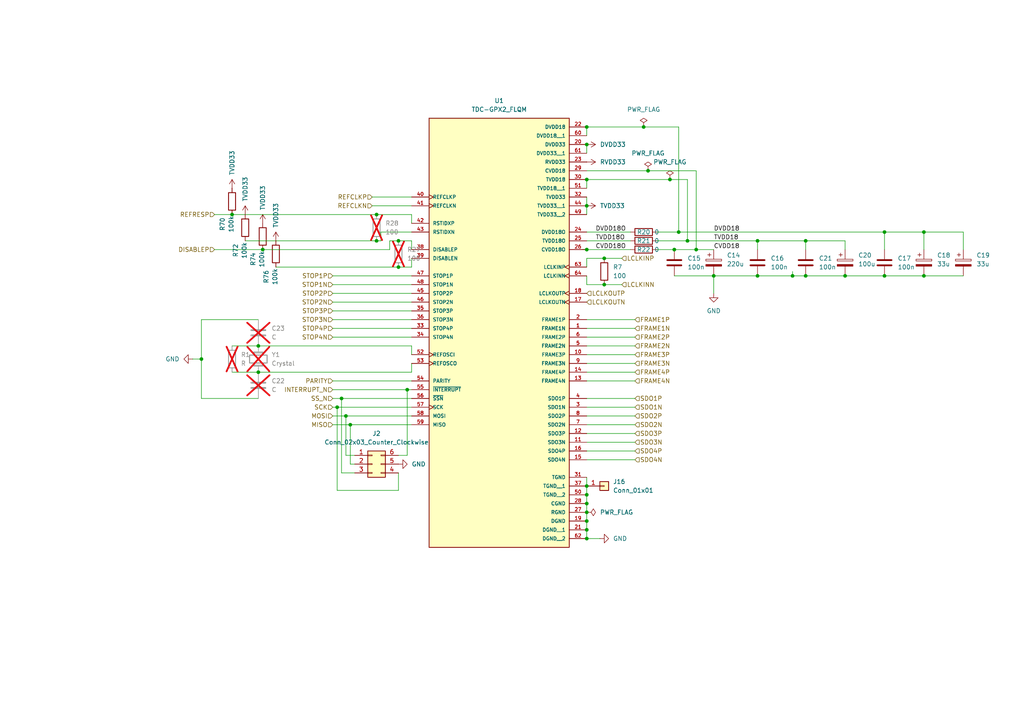
<source format=kicad_sch>
(kicad_sch (version 20231120) (generator "eeschema") (generator_version "8.0")
  (paper "A4")
  (lib_symbols
    (symbol "Connector_Generic:Conn_01x01" (pin_names (offset 1.016) hide)
      (property "Reference" "J" (at 0 2.54 0))
      (property "Value" "Conn_01x01" (at 0 -2.54 0))
      (symbol "Conn_01x01_1_1"
        (rectangle (start -1.27 0.127) (end 0 -0.127) (stroke (width 0.1524)))
        (rectangle (start -1.27 1.27) (end 1.27 -1.27) (stroke (width 0.254)) (fill (type background)))
        (pin passive line (at -5.08 0 0) (length 3.81) (name "Pin_1") (number "1"))
      )
    )
    (symbol "Connector_Generic:Conn_02x03_Counter_Clockwise" (pin_names (offset 1.016) hide)
      (property "Reference" "J" (at 1.27 5.08 0))
      (property "Value" "Conn_02x03_Counter_Clockwise" (at 1.27 -5.08 0))
      (symbol "Conn_02x03_Counter_Clockwise_1_1"
        (rectangle (start -1.27 -2.413) (end 0 -2.667) (stroke (width 0.1524)))
        (rectangle (start -1.27 0.127) (end 0 -0.127) (stroke (width 0.1524)))
        (rectangle (start -1.27 2.667) (end 0 2.413) (stroke (width 0.1524)))
        (rectangle (start -1.27 3.81) (end 3.81 -3.81) (stroke (width 0.254)) (fill (type background)))
        (rectangle (start 3.81 -2.413) (end 2.54 -2.667) (stroke (width 0.1524)))
        (rectangle (start 3.81 0.127) (end 2.54 -0.127) (stroke (width 0.1524)))
        (rectangle (start 3.81 2.667) (end 2.54 2.413) (stroke (width 0.1524)))
        (pin passive line (at -5.08 2.54 0) (length 3.81) (name "Pin_1") (number "1"))
        (pin passive line (at -5.08 0 0) (length 3.81) (name "Pin_2") (number "2"))
        (pin passive line (at -5.08 -2.54 0) (length 3.81) (name "Pin_3") (number "3"))
        (pin passive line (at 7.62 -2.54 180) (length 3.81) (name "Pin_4") (number "4"))
        (pin passive line (at 7.62 0 180) (length 3.81) (name "Pin_5") (number "5"))
        (pin passive line (at 7.62 2.54 180) (length 3.81) (name "Pin_6") (number "6"))
      )
    )
    (symbol "Device:C" (pin_numbers hide) (pin_names (offset 0.254))
      (property "Reference" "C" (at 0.635 2.54 0))
      (property "Value" "C" (at 0.635 -2.54 0))
      (symbol "C_0_1"
        (polyline (pts (xy -2.032 -0.762) (xy 2.032 -0.762)) (stroke (width 0.508)))
        (polyline (pts (xy -2.032 0.762) (xy 2.032 0.762)) (stroke (width 0.508)))
      )
      (symbol "C_1_1"
        (pin passive line (at 0 3.81 270) (length 2.794) (name "~") (number "1"))
        (pin passive line (at 0 -3.81 90) (length 2.794) (name "~") (number "2"))
      )
    )
    (symbol "Device:C_Polarized" (pin_numbers hide) (pin_names (offset 0.254))
      (property "Reference" "C" (at 0.635 2.54 0))
      (property "Value" "C_Polarized" (at 0.635 -2.54 0))
      (symbol "C_Polarized_0_1"
        (rectangle (start -2.286 0.508) (end 2.286 1.016))
        (polyline (pts (xy -1.778 2.286) (xy -0.762 2.286)))
        (polyline (pts (xy -1.27 2.794) (xy -1.27 1.778)))
        (rectangle (start 2.286 -0.508) (end -2.286 -1.016) (fill (type outline)))
      )
      (symbol "C_Polarized_1_1"
        (pin passive line (at 0 3.81 270) (length 2.794) (name "~") (number "1"))
        (pin passive line (at 0 -3.81 90) (length 2.794) (name "~") (number "2"))
      )
    )
    (symbol "Device:Crystal" (pin_numbers hide) (pin_names (offset 1.016) hide)
      (property "Reference" "Y" (at 0 3.81 0))
      (property "Value" "Crystal" (at 0 -3.81 0))
      (symbol "Crystal_0_1"
        (rectangle (start -1.143 2.54) (end 1.143 -2.54) (stroke (width 0.3048)))
        (polyline (pts (xy -2.54 0) (xy -1.905 0)))
        (polyline (pts (xy -1.905 -1.27) (xy -1.905 1.27)) (stroke (width 0.508)))
        (polyline (pts (xy 1.905 -1.27) (xy 1.905 1.27)) (stroke (width 0.508)))
        (polyline (pts (xy 2.54 0) (xy 1.905 0)))
      )
      (symbol "Crystal_1_1"
        (pin passive line (at -3.81 0 0) (length 1.27) (name "1") (number "1"))
        (pin passive line (at 3.81 0 180) (length 1.27) (name "2") (number "2"))
      )
    )
    (symbol "Device:R" (pin_numbers hide) (pin_names (offset 0))
      (property "Reference" "R" (at 2.032 0 90))
      (property "Value" "R" (at 0 0 90))
      (symbol "R_0_1"
        (rectangle (start -1.016 -2.54) (end 1.016 2.54) (stroke (width 0.254)))
      )
      (symbol "R_1_1"
        (pin passive line (at 0 3.81 270) (length 1.27) (name "~") (number "1"))
        (pin passive line (at 0 -3.81 90) (length 1.27) (name "~") (number "2"))
      )
    )
    (symbol "TDC-GPX2_FLQM:TDC-GPX2_FLQM" (pin_names (offset 1.016))
      (property "Reference" "U" (at -20.32 52.07 0))
      (property "Value" "TDC-GPX2_FLQM" (at -20.32 -76.2 0))
      (symbol "TDC-GPX2_FLQM_0_0"
        (rectangle (start -20.32 -73.66) (end 20.32 50.8) (stroke (width 0.254)) (fill (type background)))
        (pin output line (at 25.4 -10.16 180) (length 5.08) (name "FRAME1N") (number "1"))
        (pin output line (at 25.4 -17.78 180) (length 5.08) (name "FRAME3P") (number "10"))
        (pin output line (at 25.4 -43.18 180) (length 5.08) (name "SDO3N") (number "11"))
        (pin output line (at 25.4 -40.64 180) (length 5.08) (name "SDO3P") (number "12"))
        (pin output line (at 25.4 -25.4 180) (length 5.08) (name "FRAME4N") (number "13"))
        (pin output line (at 25.4 -22.86 180) (length 5.08) (name "FRAME4P") (number "14"))
        (pin output line (at 25.4 -48.26 180) (length 5.08) (name "SDO4N") (number "15"))
        (pin output line (at 25.4 -45.72 180) (length 5.08) (name "SDO4P") (number "16"))
        (pin output clock (at 25.4 -2.54 180) (length 5.08) (name "LCLKOUTN") (number "17"))
        (pin output clock (at 25.4 0 180) (length 5.08) (name "LCLKOUTP") (number "18"))
        (pin power_in line (at 25.4 -66.04 180) (length 5.08) (name "DGND") (number "19"))
        (pin output line (at 25.4 -7.62 180) (length 5.08) (name "FRAME1P") (number "2"))
        (pin power_in line (at 25.4 43.18 180) (length 5.08) (name "DVDD33") (number "20"))
        (pin power_in line (at 25.4 -68.58 180) (length 5.08) (name "DGND__1") (number "21"))
        (pin power_in line (at 25.4 48.26 180) (length 5.08) (name "DVDD18") (number "22"))
        (pin power_in line (at 25.4 38.1 180) (length 5.08) (name "RVDD33") (number "23"))
        (pin output line (at 25.4 17.78 180) (length 5.08) (name "DVDD18O") (number "24"))
        (pin output line (at 25.4 15.24 180) (length 5.08) (name "TVDD18O") (number "25"))
        (pin output line (at 25.4 12.7 180) (length 5.08) (name "CVDD18O") (number "26"))
        (pin power_in line (at 25.4 -63.5 180) (length 5.08) (name "RGND") (number "27"))
        (pin power_in line (at 25.4 -60.96 180) (length 5.08) (name "CGND") (number "28"))
        (pin power_in line (at 25.4 35.56 180) (length 5.08) (name "CVDD18") (number "29"))
        (pin output line (at 25.4 -33.02 180) (length 5.08) (name "SDO1N") (number "3"))
        (pin power_in line (at 25.4 33.02 180) (length 5.08) (name "TVDD18") (number "30"))
        (pin power_in line (at 25.4 -53.34 180) (length 5.08) (name "TGND") (number "31"))
        (pin power_in line (at 25.4 27.94 180) (length 5.08) (name "TVDD33") (number "32"))
        (pin input line (at -25.4 -10.16 0) (length 5.08) (name "STOP4P") (number "33"))
        (pin input line (at -25.4 -12.7 0) (length 5.08) (name "STOP4N") (number "34"))
        (pin input line (at -25.4 -5.08 0) (length 5.08) (name "STOP3P") (number "35"))
        (pin input line (at -25.4 -7.62 0) (length 5.08) (name "STOP3N") (number "36"))
        (pin power_in line (at 25.4 -55.88 180) (length 5.08) (name "TGND__1") (number "37"))
        (pin input line (at -25.4 12.7 0) (length 5.08) (name "DISABLEP") (number "38"))
        (pin input line (at -25.4 10.16 0) (length 5.08) (name "DISABLEN") (number "39"))
        (pin output line (at 25.4 -30.48 180) (length 5.08) (name "SDO1P") (number "4"))
        (pin input clock (at -25.4 27.94 0) (length 5.08) (name "REFCLKP") (number "40"))
        (pin input clock (at -25.4 25.4 0) (length 5.08) (name "REFCLKN") (number "41"))
        (pin input line (at -25.4 20.32 0) (length 5.08) (name "RSTIDXP") (number "42"))
        (pin input line (at -25.4 17.78 0) (length 5.08) (name "RSTIDXN") (number "43"))
        (pin power_in line (at 25.4 25.4 180) (length 5.08) (name "TVDD33__1") (number "44"))
        (pin input line (at -25.4 0 0) (length 5.08) (name "STOP2P") (number "45"))
        (pin input line (at -25.4 -2.54 0) (length 5.08) (name "STOP2N") (number "46"))
        (pin input line (at -25.4 5.08 0) (length 5.08) (name "STOP1P") (number "47"))
        (pin input line (at -25.4 2.54 0) (length 5.08) (name "STOP1N") (number "48"))
        (pin power_in line (at 25.4 22.86 180) (length 5.08) (name "TVDD33__2") (number "49"))
        (pin output line (at 25.4 -15.24 180) (length 5.08) (name "FRAME2N") (number "5"))
        (pin power_in line (at 25.4 -58.42 180) (length 5.08) (name "TGND__2") (number "50"))
        (pin power_in line (at 25.4 30.48 180) (length 5.08) (name "TVDD18__1") (number "51"))
        (pin input clock (at -25.4 -17.78 0) (length 5.08) (name "REFOSCI") (number "52"))
        (pin output clock (at -25.4 -20.32 0) (length 5.08) (name "REFOSCO") (number "53"))
        (pin output line (at -25.4 -25.4 0) (length 5.08) (name "PARITY") (number "54"))
        (pin output line (at -25.4 -27.94 0) (length 5.08) (name "~{INTERRUPT}") (number "55"))
        (pin input line (at -25.4 -30.48 0) (length 5.08) (name "~{SSN}") (number "56"))
        (pin input clock (at -25.4 -33.02 0) (length 5.08) (name "SCK") (number "57"))
        (pin input line (at -25.4 -35.56 0) (length 5.08) (name "MOSI") (number "58"))
        (pin bidirectional line (at -25.4 -38.1 0) (length 5.08) (name "MISO") (number "59"))
        (pin output line (at 25.4 -12.7 180) (length 5.08) (name "FRAME2P") (number "6"))
        (pin power_in line (at 25.4 45.72 180) (length 5.08) (name "DVDD18__1") (number "60"))
        (pin power_in line (at 25.4 40.64 180) (length 5.08) (name "DVDD33__1") (number "61"))
        (pin power_in line (at 25.4 -71.12 180) (length 5.08) (name "DGND__2") (number "62"))
        (pin input clock (at 25.4 7.62 180) (length 5.08) (name "LCLKINP") (number "63"))
        (pin input clock (at 25.4 5.08 180) (length 5.08) (name "LCLKINN") (number "64"))
        (pin output line (at 25.4 -38.1 180) (length 5.08) (name "SDO2N") (number "7"))
        (pin output line (at 25.4 -35.56 180) (length 5.08) (name "SDO2P") (number "8"))
        (pin output line (at 25.4 -20.32 180) (length 5.08) (name "FRAME3N") (number "9"))
      )
    )
    (symbol "power:+5C" (power) (pin_numbers hide) (pin_names (offset 0) hide)
      (property "Value" "+5C" (at 0 3.556 0))
      (symbol "+5C_0_1"
        (polyline (pts (xy -0.762 1.27) (xy 0 2.54)))
        (polyline (pts (xy 0 0) (xy 0 2.54)))
        (polyline (pts (xy 0 2.54) (xy 0.762 1.27)))
      )
      (symbol "+5C_1_1"
        (pin power_in line (at 0 0 90) (length 0) (name "~") (number "1"))
      )
    )
    (symbol "power:GND" (power) (pin_numbers hide) (pin_names (offset 0) hide)
      (property "Value" "GND" (at 0 -3.81 0))
      (symbol "GND_0_1"
        (polyline (pts (xy 0 0) (xy 0 -1.27) (xy 1.27 -1.27) (xy 0 -2.54) (xy -1.27 -1.27) (xy 0 -1.27)))
      )
      (symbol "GND_1_1"
        (pin power_in line (at 0 0 270) (length 0) (name "~") (number "1"))
      )
    )
    (symbol "power:PWR_FLAG" (power) (pin_numbers hide) (pin_names (offset 0) hide)
      (property "Value" "PWR_FLAG" (at 0 3.81 0))
      (symbol "PWR_FLAG_0_0"
        (pin power_out line (at 0 0 90) (length 0) (name "~") (number "1"))
      )
      (symbol "PWR_FLAG_0_1"
        (polyline (pts (xy 0 0) (xy 0 1.27) (xy -1.016 1.905) (xy 0 2.54) (xy 1.016 1.905) (xy 0 1.27)))
      )
    )
  )
  (junction (at 175.26 82.55))
  (junction (at 219.71 69.85))
  (junction (at 256.54 67.31))
  (junction (at 76.2 72.39))
  (junction (at 201.93 72.39))
  (junction (at 199.39 69.85))
  (junction (at 267.97 67.31))
  (junction (at 170.18 72.39))
  (junction (at 170.18 59.69))
  (junction (at 170.18 36.83))
  (junction (at 170.18 156.21))
  (junction (at 207.01 80.01))
  (junction (at 187.96 49.53))
  (junction (at 74.93 107.95))
  (junction (at 170.18 151.13))
  (junction (at 219.71 80.01))
  (junction (at 109.22 69.85))
  (junction (at 99.06 115.57))
  (junction (at 74.93 100.33))
  (junction (at 175.26 74.93))
  (junction (at 233.68 69.85))
  (junction (at 170.18 52.07))
  (junction (at 100.33 120.65))
  (junction (at 58.42 104.14))
  (junction (at 97.79 118.11))
  (junction (at 170.18 148.59))
  (junction (at 256.54 80.01))
  (junction (at 115.57 77.47))
  (junction (at 115.57 69.85))
  (junction (at 118.11 113.03))
  (junction (at 170.18 140.97))
  (junction (at 194.31 52.07))
  (junction (at 245.11 80.01))
  (junction (at 233.68 80.01))
  (junction (at 229.87 80.01))
  (junction (at 67.31 62.23))
  (junction (at 186.69 36.83))
  (junction (at 101.6 123.19))
  (junction (at 170.18 146.05))
  (junction (at 170.18 143.51))
  (junction (at 195.58 72.39))
  (junction (at 109.22 62.23))
  (junction (at 170.18 153.67))
  (junction (at 196.85 67.31))
  (junction (at 267.97 80.01))
  (junction (at 170.18 41.91))
  (wire (pts (xy 101.6 134.62) (xy 102.87 134.62)))
  (wire (pts (xy 96.52 87.63) (xy 119.38 87.63)))
  (wire (pts (xy 201.93 72.39) (xy 207.01 72.39)))
  (wire (pts (xy 100.33 132.08) (xy 102.87 132.08)))
  (wire (pts (xy 62.23 62.23) (xy 67.31 62.23)))
  (wire (pts (xy 96.52 115.57) (xy 99.06 115.57)))
  (wire (pts (xy 67.31 62.23) (xy 109.22 62.23)))
  (wire (pts (xy 109.22 69.85) (xy 110.49 69.85)))
  (wire (pts (xy 170.18 107.95) (xy 184.15 107.95)))
  (wire (pts (xy 170.18 123.19) (xy 184.15 123.19)))
  (wire (pts (xy 279.4 67.31) (xy 279.4 72.39)))
  (wire (pts (xy 201.93 49.53) (xy 201.93 72.39)))
  (wire (pts (xy 80.01 77.47) (xy 115.57 77.47)))
  (wire (pts (xy 67.31 107.95) (xy 74.93 107.95)))
  (wire (pts (xy 207.01 80.01) (xy 219.71 80.01)))
  (wire (pts (xy 219.71 69.85) (xy 219.71 72.39)))
  (wire (pts (xy 170.18 110.49) (xy 184.15 110.49)))
  (wire (pts (xy 196.85 67.31) (xy 256.54 67.31)))
  (wire (pts (xy 110.49 69.85) (xy 110.49 67.31)))
  (wire (pts (xy 267.97 67.31) (xy 279.4 67.31)))
  (wire (pts (xy 175.26 82.55) (xy 180.34 82.55)))
  (wire (pts (xy 170.18 52.07) (xy 170.18 54.61)))
  (wire (pts (xy 170.18 146.05) (xy 170.18 148.59)))
  (wire (pts (xy 58.42 104.14) (xy 58.42 115.57)))
  (wire (pts (xy 199.39 52.07) (xy 194.31 52.07)))
  (wire (pts (xy 101.6 123.19) (xy 119.38 123.19)))
  (wire (pts (xy 96.52 120.65) (xy 100.33 120.65)))
  (wire (pts (xy 74.93 107.95) (xy 119.38 107.95)))
  (wire (pts (xy 170.18 82.55) (xy 170.18 80.01)))
  (wire (pts (xy 109.22 62.23) (xy 119.38 62.23)))
  (wire (pts (xy 233.68 69.85) (xy 233.68 72.39)))
  (wire (pts (xy 170.18 74.93) (xy 170.18 77.47)))
  (wire (pts (xy 119.38 77.47) (xy 119.38 74.93)))
  (wire (pts (xy 180.34 74.93) (xy 175.26 74.93)))
  (wire (pts (xy 115.57 132.08) (xy 118.11 132.08)))
  (wire (pts (xy 107.95 59.69) (xy 119.38 59.69)))
  (wire (pts (xy 118.11 113.03) (xy 118.11 132.08)))
  (wire (pts (xy 96.52 90.17) (xy 119.38 90.17)))
  (wire (pts (xy 245.11 80.01) (xy 256.54 80.01)))
  (wire (pts (xy 170.18 156.21) (xy 173.99 156.21)))
  (wire (pts (xy 170.18 95.25) (xy 184.15 95.25)))
  (wire (pts (xy 170.18 72.39) (xy 182.88 72.39)))
  (wire (pts (xy 118.11 113.03) (xy 119.38 113.03)))
  (wire (pts (xy 199.39 69.85) (xy 199.39 52.07)))
  (wire (pts (xy 170.18 125.73) (xy 184.15 125.73)))
  (wire (pts (xy 170.18 120.65) (xy 184.15 120.65)))
  (wire (pts (xy 267.97 67.31) (xy 267.97 72.39)))
  (wire (pts (xy 62.23 72.39) (xy 76.2 72.39)))
  (wire (pts (xy 113.03 69.85) (xy 115.57 69.85)))
  (wire (pts (xy 119.38 105.41) (xy 119.38 107.95)))
  (wire (pts (xy 170.18 115.57) (xy 184.15 115.57)))
  (wire (pts (xy 229.87 80.01) (xy 233.68 80.01)))
  (wire (pts (xy 96.52 123.19) (xy 101.6 123.19)))
  (wire (pts (xy 58.42 104.14) (xy 58.42 92.71)))
  (wire (pts (xy 97.79 118.11) (xy 97.79 142.24)))
  (wire (pts (xy 170.18 105.41) (xy 184.15 105.41)))
  (wire (pts (xy 170.18 118.11) (xy 184.15 118.11)))
  (wire (pts (xy 96.52 80.01) (xy 119.38 80.01)))
  (wire (pts (xy 74.93 100.33) (xy 119.38 100.33)))
  (wire (pts (xy 102.87 137.16) (xy 99.06 137.16)))
  (wire (pts (xy 107.95 57.15) (xy 119.38 57.15)))
  (wire (pts (xy 196.85 67.31) (xy 196.85 36.83)))
  (wire (pts (xy 96.52 82.55) (xy 119.38 82.55)))
  (wire (pts (xy 96.52 95.25) (xy 119.38 95.25)))
  (wire (pts (xy 190.5 69.85) (xy 199.39 69.85)))
  (wire (pts (xy 170.18 100.33) (xy 184.15 100.33)))
  (wire (pts (xy 110.49 67.31) (xy 119.38 67.31)))
  (wire (pts (xy 71.12 69.85) (xy 109.22 69.85)))
  (wire (pts (xy 190.5 72.39) (xy 195.58 72.39)))
  (wire (pts (xy 245.11 69.85) (xy 245.11 72.39)))
  (wire (pts (xy 170.18 59.69) (xy 170.18 62.23)))
  (wire (pts (xy 170.18 151.13) (xy 170.18 153.67)))
  (wire (pts (xy 256.54 67.31) (xy 256.54 72.39)))
  (wire (pts (xy 100.33 120.65) (xy 119.38 120.65)))
  (wire (pts (xy 233.68 80.01) (xy 245.11 80.01)))
  (wire (pts (xy 195.58 80.01) (xy 207.01 80.01)))
  (wire (pts (xy 170.18 97.79) (xy 184.15 97.79)))
  (wire (pts (xy 101.6 123.19) (xy 101.6 134.62)))
  (wire (pts (xy 96.52 110.49) (xy 119.38 110.49)))
  (wire (pts (xy 113.03 72.39) (xy 113.03 69.85)))
  (wire (pts (xy 170.18 143.51) (xy 170.18 146.05)))
  (wire (pts (xy 229.87 78.74) (xy 229.87 80.01)))
  (wire (pts (xy 96.52 92.71) (xy 119.38 92.71)))
  (wire (pts (xy 76.2 72.39) (xy 113.03 72.39)))
  (wire (pts (xy 168.91 72.39) (xy 170.18 72.39)))
  (wire (pts (xy 170.18 130.81) (xy 184.15 130.81)))
  (wire (pts (xy 170.18 82.55) (xy 175.26 82.55)))
  (wire (pts (xy 170.18 148.59) (xy 170.18 151.13)))
  (wire (pts (xy 199.39 69.85) (xy 219.71 69.85)))
  (wire (pts (xy 115.57 69.85) (xy 119.38 69.85)))
  (wire (pts (xy 194.31 52.07) (xy 170.18 52.07)))
  (wire (pts (xy 219.71 69.85) (xy 233.68 69.85)))
  (wire (pts (xy 99.06 115.57) (xy 119.38 115.57)))
  (wire (pts (xy 219.71 80.01) (xy 229.87 80.01)))
  (wire (pts (xy 96.52 85.09) (xy 119.38 85.09)))
  (wire (pts (xy 119.38 100.33) (xy 119.38 102.87)))
  (wire (pts (xy 58.42 92.71) (xy 74.93 92.71)))
  (wire (pts (xy 170.18 92.71) (xy 184.15 92.71)))
  (wire (pts (xy 187.96 49.53) (xy 201.93 49.53)))
  (wire (pts (xy 170.18 69.85) (xy 182.88 69.85)))
  (wire (pts (xy 170.18 133.35) (xy 184.15 133.35)))
  (wire (pts (xy 99.06 137.16) (xy 99.06 115.57)))
  (wire (pts (xy 97.79 142.24) (xy 115.57 142.24)))
  (wire (pts (xy 233.68 69.85) (xy 245.11 69.85)))
  (wire (pts (xy 201.93 72.39) (xy 195.58 72.39)))
  (wire (pts (xy 115.57 142.24) (xy 115.57 137.16)))
  (wire (pts (xy 170.18 153.67) (xy 170.18 156.21)))
  (wire (pts (xy 267.97 80.01) (xy 279.4 80.01)))
  (wire (pts (xy 170.18 140.97) (xy 170.18 143.51)))
  (wire (pts (xy 170.18 138.43) (xy 170.18 140.97)))
  (wire (pts (xy 100.33 120.65) (xy 100.33 132.08)))
  (wire (pts (xy 256.54 67.31) (xy 267.97 67.31)))
  (wire (pts (xy 256.54 80.01) (xy 267.97 80.01)))
  (wire (pts (xy 170.18 74.93) (xy 175.26 74.93)))
  (wire (pts (xy 170.18 49.53) (xy 187.96 49.53)))
  (wire (pts (xy 115.57 77.47) (xy 119.38 77.47)))
  (wire (pts (xy 119.38 62.23) (xy 119.38 64.77)))
  (wire (pts (xy 170.18 41.91) (xy 170.18 44.45)))
  (wire (pts (xy 67.31 100.33) (xy 74.93 100.33)))
  (wire (pts (xy 58.42 115.57) (xy 74.93 115.57)))
  (wire (pts (xy 170.18 36.83) (xy 170.18 39.37)))
  (wire (pts (xy 186.69 36.83) (xy 170.18 36.83)))
  (wire (pts (xy 170.18 128.27) (xy 184.15 128.27)))
  (wire (pts (xy 170.18 67.31) (xy 182.88 67.31)))
  (wire (pts (xy 55.88 104.14) (xy 58.42 104.14)))
  (wire (pts (xy 170.18 57.15) (xy 170.18 59.69)))
  (wire (pts (xy 96.52 97.79) (xy 119.38 97.79)))
  (wire (pts (xy 96.52 113.03) (xy 118.11 113.03)))
  (wire (pts (xy 97.79 118.11) (xy 119.38 118.11)))
  (wire (pts (xy 190.5 67.31) (xy 196.85 67.31)))
  (wire (pts (xy 170.18 102.87) (xy 184.15 102.87)))
  (wire (pts (xy 96.52 118.11) (xy 97.79 118.11)))
  (wire (pts (xy 207.01 80.01) (xy 207.01 85.09)))
  (wire (pts (xy 119.38 69.85) (xy 119.38 72.39)))
  (wire (pts (xy 196.85 36.83) (xy 186.69 36.83)))
  (label "CVDD18O" (at 172.72 72.39 0) (property "Netclass" "POWER1" (effects (hide yes))))
  (label "CVDD18" (at 207.01 72.39 0) (property "Netclass" "POWER1" (effects (hide yes))))
  (label "TVDD18" (at 207.01 69.85 0) (property "Netclass" "POWER1" (effects (hide yes))))
  (label "DVDD18" (at 207.01 67.31 0) (property "Netclass" "POWER1" (effects (hide yes))))
  (label "TVDD18O" (at 172.72 69.85 0) (property "Netclass" "POWER1" (effects (hide yes))))
  (label "DVDD18O" (at 172.72 67.31 0) (property "Netclass" "POWER1" (effects (hide yes))))
  (hierarchical_label "REFCLKN" (shape input) (at 107.95 59.69 180) (property "Netclass" "LVDS" (effects (hide yes))))
  (hierarchical_label "INTERRUPT_N" (shape input) (at 96.52 113.03 180))
  (hierarchical_label "SDO3N" (shape input) (at 184.15 128.27 0) (property "Netclass" "LVDS" (effects (hide yes))))
  (hierarchical_label "FRAME2P" (shape input) (at 184.15 97.79 0) (property "Netclass" "LVDS" (effects (hide yes))))
  (hierarchical_label "REFRESP" (shape input) (at 62.23 62.23 180))
  (hierarchical_label "FRAME3N" (shape input) (at 184.15 105.41 0) (property "Netclass" "LVDS" (effects (hide yes))))
  (hierarchical_label "FRAME1N" (shape input) (at 184.15 95.25 0) (property "Netclass" "LVDS" (effects (hide yes))))
  (hierarchical_label "DISABLEP" (shape input) (at 62.23 72.39 180))
  (hierarchical_label "SDO1N" (shape input) (at 184.15 118.11 0) (property "Netclass" "LVDS" (effects (hide yes))))
  (hierarchical_label "STOP3N" (shape input) (at 96.52 92.71 180) (property "Netclass" "LVDS" (effects (hide yes))))
  (hierarchical_label "LCLKINN" (shape input) (at 180.34 82.55 0) (property "Netclass" "LVDS" (effects (hide yes))))
  (hierarchical_label "LCLKINP" (shape input) (at 180.34 74.93 0) (property "Netclass" "LVDS" (effects (hide yes))))
  (hierarchical_label "STOP1N" (shape input) (at 96.52 82.55 180) (property "Netclass" "LVDS" (effects (hide yes))))
  (hierarchical_label "STOP4P" (shape input) (at 96.52 95.25 180) (property "Netclass" "LVDS" (effects (hide yes))))
  (hierarchical_label "FRAME2N" (shape input) (at 184.15 100.33 0) (property "Netclass" "LVDS" (effects (hide yes))))
  (hierarchical_label "SDO2N" (shape input) (at 184.15 123.19 0) (property "Netclass" "LVDS" (effects (hide yes))))
  (hierarchical_label "PARITY" (shape input) (at 96.52 110.49 180))
  (hierarchical_label "REFCLKP" (shape input) (at 107.95 57.15 180) (property "Netclass" "LVDS" (effects (hide yes))))
  (hierarchical_label "SDO4N" (shape input) (at 184.15 133.35 0) (property "Netclass" "LVDS" (effects (hide yes))))
  (hierarchical_label "SDO3P" (shape input) (at 184.15 125.73 0) (property "Netclass" "LVDS" (effects (hide yes))))
  (hierarchical_label "MISO" (shape input) (at 96.52 123.19 180))
  (hierarchical_label "FRAME1P" (shape input) (at 184.15 92.71 0) (property "Netclass" "LVDS" (effects (hide yes))))
  (hierarchical_label "FRAME4N" (shape input) (at 184.15 110.49 0) (property "Netclass" "LVDS" (effects (hide yes))))
  (hierarchical_label "STOP3P" (shape input) (at 96.52 90.17 180) (property "Netclass" "LVDS" (effects (hide yes))))
  (hierarchical_label "SDO4P" (shape input) (at 184.15 130.81 0) (property "Netclass" "LVDS" (effects (hide yes))))
  (hierarchical_label "MOSI" (shape input) (at 96.52 120.65 180))
  (hierarchical_label "SDO1P" (shape input) (at 184.15 115.57 0) (property "Netclass" "LVDS" (effects (hide yes))))
  (hierarchical_label "SDO2P" (shape input) (at 184.15 120.65 0) (property "Netclass" "LVDS" (effects (hide yes))))
  (hierarchical_label "SCK" (shape input) (at 96.52 118.11 180))
  (hierarchical_label "STOP4N" (shape input) (at 96.52 97.79 180) (property "Netclass" "LVDS" (effects (hide yes))))
  (hierarchical_label "LCLKOUTP" (shape input) (at 170.18 85.09 0) (property "Netclass" "LVDS" (effects (hide yes))))
  (hierarchical_label "SS_N" (shape input) (at 96.52 115.57 180))
  (hierarchical_label "FRAME4P" (shape input) (at 184.15 107.95 0) (property "Netclass" "LVDS" (effects (hide yes))))
  (hierarchical_label "STOP2P" (shape input) (at 96.52 85.09 180) (property "Netclass" "LVDS" (effects (hide yes))))
  (hierarchical_label "STOP2N" (shape input) (at 96.52 87.63 180) (property "Netclass" "LVDS" (effects (hide yes))))
  (hierarchical_label "LCLKOUTN" (shape input) (at 170.18 87.63 0) (property "Netclass" "LVDS" (effects (hide yes))))
  (hierarchical_label "FRAME3P" (shape input) (at 184.15 102.87 0) (property "Netclass" "LVDS" (effects (hide yes))))
  (hierarchical_label "STOP1P" (shape input) (at 96.52 80.01 180) (property "Netclass" "LVDS" (effects (hide yes))))
  (symbol (lib_id "Device:C") (at 256.54 76.2 0) (unit 1)
    (property "Reference" "C17" (at 260.35 74.9299 0) (effects (justify left)))
    (property "Value" "100n" (at 260.35 77.4699 0) (effects (justify left)))
    (property "Footprint" "Capacitor_SMD:C_0603_1608Metric_Pad1.08x0.95mm_HandSolder" (effects (hide yes)))
    (property "Description" "Unpolarized capacitor" (effects (hide yes)))
  )
  (symbol (lib_id "power:+5C") (at 80.01 69.85 0) (unit 1)
    (property "Reference" "#PWR0100" (effects (hide yes)))
    (property "Value" "TVDD33" (at 80.01 62.484 90))
    (property "Description" "Power symbol creates a global label with name \"+5C\"" (effects (hide yes)))
  )
  (symbol (lib_id "power:PWR_FLAG") (at 187.96 49.53 0) (unit 1)
    (property "Reference" "#FLG06" (effects (hide yes)))
    (property "Value" "PWR_FLAG" (at 187.96 44.45 0))
    (property "Description" "Special symbol for telling ERC where power comes from" (effects (hide yes)))
  )
  (symbol (lib_id "power:PWR_FLAG") (at 186.69 36.83 0) (unit 1)
    (property "Reference" "#FLG05" (effects (hide yes)))
    (property "Value" "PWR_FLAG" (at 186.69 31.75 0))
    (property "Description" "Special symbol for telling ERC where power comes from" (effects (hide yes)))
  )
  (symbol (lib_id "Connector_Generic:Conn_02x03_Counter_Clockwise") (at 107.95 134.62 0) (unit 1)
    (property "Reference" "J2" (at 109.22 125.73 0))
    (property "Value" "Conn_02x03_Counter_Clockwise" (at 109.22 128.27 0))
    (property "Footprint" "Connector_PinHeader_2.54mm:PinHeader_2x03_P2.54mm_Vertical" (effects (hide yes)))
    (property "Description" "Generic connector, double row, 02x03, counter clockwise pin numbering scheme (similar to DIP package numbering), script generated (kicad-library-utils/schlib/autogen/connector/)" (effects (hide yes)))
  )
  (symbol (lib_id "Device:Crystal") (at 74.93 104.14 90) (unit 1) (exclude_from_sim yes) (in_bom no) (on_board no) (dnp yes)
    (property "Reference" "Y1" (at 78.74 102.8699 90) (effects (justify right)))
    (property "Value" "Crystal" (at 78.74 105.4099 90) (effects (justify right)))
    (property "Description" "Two pin crystal" (effects (hide yes)))
  )
  (symbol (lib_id "Device:C") (at 233.68 76.2 0) (unit 1)
    (property "Reference" "C21" (at 237.49 74.9299 0) (effects (justify left)))
    (property "Value" "100n" (at 237.49 77.4699 0) (effects (justify left)))
    (property "Footprint" "Capacitor_SMD:C_0603_1608Metric_Pad1.08x0.95mm_HandSolder" (effects (hide yes)))
    (property "Description" "Unpolarized capacitor" (effects (hide yes)))
  )
  (symbol (lib_id "Device:R") (at 67.31 104.14 0) (unit 1) (exclude_from_sim yes) (in_bom no) (on_board no) (dnp yes)
    (property "Reference" "R1" (at 69.85 102.8699 0) (effects (justify left)))
    (property "Value" "R" (at 69.85 105.4099 0) (effects (justify left)))
    (property "Description" "Resistor" (effects (hide yes)))
  )
  (symbol (lib_id "Device:R") (at 186.69 72.39 90) (unit 1)
    (property "Reference" "R22" (at 186.69 72.39 90))
    (property "Value" "0" (at 190.5 72.39 90))
    (property "Footprint" "Resistor_SMD:R_0603_1608Metric_Pad0.98x0.95mm_HandSolder" (effects (hide yes)))
    (property "Description" "Resistor" (effects (hide yes)))
  )
  (symbol (lib_id "Device:C") (at 195.58 76.2 0) (unit 1)
    (property "Reference" "C15" (at 199.39 74.9299 0) (effects (justify left)))
    (property "Value" "100n" (at 199.39 77.4699 0) (effects (justify left)))
    (property "Footprint" "Capacitor_SMD:C_0603_1608Metric_Pad1.08x0.95mm_HandSolder" (effects (hide yes)))
    (property "Description" "Unpolarized capacitor" (effects (hide yes)))
  )
  (symbol (lib_id "power:GND") (at 173.99 156.21 90) (unit 1)
    (property "Reference" "#PWR01" (effects (hide yes)))
    (property "Value" "GND" (at 177.8 156.2099 90) (effects (justify right)))
    (property "Description" "Power symbol creates a global label with name \"GND\" , ground" (effects (hide yes)))
  )
  (symbol (lib_id "Device:C") (at 74.93 111.76 0) (unit 1) (exclude_from_sim yes) (in_bom no) (on_board no) (dnp yes)
    (property "Reference" "C22" (at 78.74 110.4899 0) (effects (justify left)))
    (property "Value" "C" (at 78.74 113.0299 0) (effects (justify left)))
    (property "Description" "Unpolarized capacitor" (effects (hide yes)))
  )
  (symbol (lib_id "power:+5C") (at 71.12 62.23 0) (unit 1)
    (property "Reference" "#PWR098" (effects (hide yes)))
    (property "Value" "TVDD33" (at 71.12 54.864 90))
    (property "Description" "Power symbol creates a global label with name \"+5C\"" (effects (hide yes)))
  )
  (symbol (lib_id "Device:R") (at 71.12 66.04 180) (unit 1)
    (property "Reference" "R72" (at 68.326 72.644 90))
    (property "Value" "100k" (at 70.866 72.644 90))
    (property "Footprint" "Resistor_SMD:R_0603_1608Metric_Pad0.98x0.95mm_HandSolder" (effects (hide yes)))
    (property "Description" "Resistor" (effects (hide yes)))
  )
  (symbol (lib_id "Device:C_Polarized") (at 279.4 76.2 0) (unit 1)
    (property "Reference" "C19" (at 283.21 74.0409 0) (effects (justify left)))
    (property "Value" "33u" (at 283.21 76.5809 0) (effects (justify left)))
    (property "Footprint" "Capacitor_Tantalum_SMD:CP_EIA-2012-15_AVX-P_Pad1.30x1.05mm_HandSolder" (effects (hide yes)))
    (property "Description" "Polarized capacitor (tantal)" (effects (hide yes)))
  )
  (symbol (lib_id "power:GND") (at 55.88 104.14 270) (unit 1)
    (property "Reference" "#PWR02" (effects (hide yes)))
    (property "Value" "GND" (at 52.07 104.1399 90) (effects (justify right)))
    (property "Description" "Power symbol creates a global label with name \"GND\" , ground" (effects (hide yes)))
  )
  (symbol (lib_id "power:+5C") (at 170.18 41.91 270) (unit 1)
    (property "Reference" "#PWR075" (effects (hide yes)))
    (property "Value" "DVDD33" (at 173.99 41.9099 90) (effects (justify left)))
    (property "Description" "Power symbol creates a global label with name \"+5C\"" (effects (hide yes)))
  )
  (symbol (lib_id "power:+5C") (at 170.18 59.69 270) (unit 1)
    (property "Reference" "#PWR073" (effects (hide yes)))
    (property "Value" "TVDD33" (at 173.99 59.6899 90) (effects (justify left)))
    (property "Description" "Power symbol creates a global label with name \"+5C\"" (effects (hide yes)))
  )
  (symbol (lib_id "Device:R") (at 186.69 67.31 90) (unit 1)
    (property "Reference" "R20" (at 186.69 67.31 90))
    (property "Value" "0" (at 190.5 67.31 90))
    (property "Footprint" "Resistor_SMD:R_0603_1608Metric_Pad0.98x0.95mm_HandSolder" (effects (hide yes)))
    (property "Description" "Resistor" (effects (hide yes)))
  )
  (symbol (lib_id "Device:R") (at 186.69 69.85 90) (unit 1)
    (property "Reference" "R21" (at 186.69 69.85 90))
    (property "Value" "0" (at 190.5 69.85 90))
    (property "Footprint" "Resistor_SMD:R_0603_1608Metric_Pad0.98x0.95mm_HandSolder" (effects (hide yes)))
    (property "Description" "Resistor" (effects (hide yes)))
  )
  (symbol (lib_id "power:+5C") (at 76.2 64.77 0) (unit 1)
    (property "Reference" "#PWR099" (effects (hide yes)))
    (property "Value" "TVDD33" (at 76.2 57.404 90))
    (property "Description" "Power symbol creates a global label with name \"+5C\"" (effects (hide yes)))
  )
  (symbol (lib_id "power:+5C") (at 170.18 46.99 270) (unit 1)
    (property "Reference" "#PWR076" (effects (hide yes)))
    (property "Value" "RVDD33" (at 173.99 46.9899 90) (effects (justify left)))
    (property "Description" "Power symbol creates a global label with name \"+5C\"" (effects (hide yes)))
  )
  (symbol (lib_id "Device:C_Polarized") (at 245.11 76.2 0) (unit 1)
    (property "Reference" "C20" (at 248.92 74.0409 0) (effects (justify left)))
    (property "Value" "100u" (at 248.92 76.5809 0) (effects (justify left)))
    (property "Footprint" "Capacitor_Tantalum_SMD:CP_EIA-2012-15_AVX-P_Pad1.30x1.05mm_HandSolder" (effects (hide yes)))
    (property "Description" "Polarized capacitor (tantal)" (effects (hide yes)))
  )
  (symbol (lib_id "power:GND") (at 207.01 85.09 0) (unit 1)
    (property "Reference" "#PWR077" (effects (hide yes)))
    (property "Value" "GND" (at 207.01 90.17 0))
    (property "Description" "Power symbol creates a global label with name \"GND\" , ground" (effects (hide yes)))
  )
  (symbol (lib_id "Device:R") (at 76.2 68.58 180) (unit 1)
    (property "Reference" "R74" (at 73.406 75.184 90))
    (property "Value" "100k" (at 75.946 75.184 90))
    (property "Footprint" "Resistor_SMD:R_0603_1608Metric_Pad0.98x0.95mm_HandSolder" (effects (hide yes)))
    (property "Description" "Resistor" (effects (hide yes)))
  )
  (symbol (lib_id "Device:R") (at 175.26 78.74 0) (unit 1)
    (property "Reference" "R7" (at 177.8 77.4699 0) (effects (justify left)))
    (property "Value" "100" (at 177.8 80.0099 0) (effects (justify left)))
    (property "Footprint" "Resistor_SMD:R_0603_1608Metric_Pad0.98x0.95mm_HandSolder" (effects (hide yes)))
    (property "Description" "Resistor" (effects (hide yes)))
  )
  (symbol (lib_id "TDC-GPX2_FLQM:TDC-GPX2_FLQM") (at 144.78 85.09 0) (unit 1)
    (property "Reference" "U1" (at 144.78 29.21 0))
    (property "Value" "TDC-GPX2_FLQM" (at 144.78 31.75 0))
    (property "Footprint" "TDC_GPX2_FLQM:QFP50P1200X1200X160-64N" (effects (hide yes)))
    (property "PARTREV" "v1-03" (effects (hide yes)))
    (property "STANDARD" "IPC 7351B" (effects (hide yes)))
    (property "MAXIMUM_PACKAGE_HEIGHT" "1.6 mm" (effects (hide yes)))
    (property "MANUFACTURER" "ScioSense" (effects (hide yes)))
  )
  (symbol (lib_id "power:PWR_FLAG") (at 170.18 148.59 270) (unit 1)
    (property "Reference" "#FLG02" (effects (hide yes)))
    (property "Value" "PWR_FLAG" (at 173.99 148.5899 90) (effects (justify left)))
    (property "Description" "Special symbol for telling ERC where power comes from" (effects (hide yes)))
  )
  (symbol (lib_id "Device:R") (at 80.01 73.66 180) (unit 1)
    (property "Reference" "R76" (at 77.216 80.264 90))
    (property "Value" "100k" (at 79.756 80.264 90))
    (property "Footprint" "Resistor_SMD:R_0603_1608Metric_Pad0.98x0.95mm_HandSolder" (effects (hide yes)))
    (property "Description" "Resistor" (effects (hide yes)))
  )
  (symbol (lib_id "Device:R") (at 115.57 73.66 0) (unit 1) (exclude_from_sim yes) (in_bom no) (on_board no) (dnp yes)
    (property "Reference" "R27" (at 118.11 72.3899 0) (effects (justify left)))
    (property "Value" "100" (at 118.11 74.9299 0) (effects (justify left)))
    (property "Footprint" "Resistor_SMD:R_0603_1608Metric_Pad0.98x0.95mm_HandSolder" (effects (hide yes)))
    (property "Description" "Resistor" (effects (hide yes)))
  )
  (symbol (lib_id "Device:C_Polarized") (at 207.01 76.2 0) (unit 1)
    (property "Reference" "C14" (at 210.82 74.0409 0) (effects (justify left)))
    (property "Value" "220u" (at 210.82 76.5809 0) (effects (justify left)))
    (property "Footprint" "Capacitor_Tantalum_SMD:CP_EIA-3528-21_Kemet-B_Pad1.50x2.35mm_HandSolder" (effects (hide yes)))
    (property "Description" "Polarized capacitor (tantal)" (effects (hide yes)))
  )
  (symbol (lib_id "Connector_Generic:Conn_01x01") (at 175.26 140.97 0) (unit 1)
    (property "Reference" "J16" (at 177.8 139.6999 0) (effects (justify left)))
    (property "Value" "Conn_01x01" (at 177.8 142.2399 0) (effects (justify left)))
    (property "Footprint" "Connector_PinHeader_2.54mm:PinHeader_1x01_P2.54mm_Vertical" (effects (hide yes)))
    (property "Description" "Generic connector, single row, 01x01, script generated (kicad-library-utils/schlib/autogen/connector/)" (effects (hide yes)))
  )
  (symbol (lib_id "Device:R") (at 67.31 58.42 180) (unit 1)
    (property "Reference" "R70" (at 64.516 65.024 90))
    (property "Value" "100k" (at 67.056 65.024 90))
    (property "Footprint" "Resistor_SMD:R_0603_1608Metric_Pad0.98x0.95mm_HandSolder" (effects (hide yes)))
    (property "Description" "Resistor" (effects (hide yes)))
  )
  (symbol (lib_id "power:PWR_FLAG") (at 194.31 52.07 0) (unit 1)
    (property "Reference" "#FLG07" (effects (hide yes)))
    (property "Value" "PWR_FLAG" (at 194.31 46.99 0))
    (property "Description" "Special symbol for telling ERC where power comes from" (effects (hide yes)))
  )
  (symbol (lib_id "Device:C_Polarized") (at 267.97 76.2 0) (unit 1)
    (property "Reference" "C18" (at 271.78 74.0409 0) (effects (justify left)))
    (property "Value" "33u" (at 271.78 76.5809 0) (effects (justify left)))
    (property "Footprint" "Capacitor_Tantalum_SMD:CP_EIA-2012-15_AVX-P_Pad1.30x1.05mm_HandSolder" (effects (hide yes)))
    (property "Description" "Polarized capacitor (tantal)" (effects (hide yes)))
  )
  (symbol (lib_id "Device:C") (at 219.71 76.2 0) (unit 1)
    (property "Reference" "C16" (at 223.52 74.9299 0) (effects (justify left)))
    (property "Value" "100n" (at 223.52 77.4699 0) (effects (justify left)))
    (property "Footprint" "Capacitor_SMD:C_0603_1608Metric_Pad1.08x0.95mm_HandSolder" (effects (hide yes)))
    (property "Description" "Unpolarized capacitor" (effects (hide yes)))
  )
  (symbol (lib_id "Device:C") (at 74.93 96.52 0) (unit 1) (exclude_from_sim yes) (in_bom no) (on_board no) (dnp yes)
    (property "Reference" "C23" (at 78.74 95.2499 0) (effects (justify left)))
    (property "Value" "C" (at 78.74 97.7899 0) (effects (justify left)))
    (property "Description" "Unpolarized capacitor" (effects (hide yes)))
  )
  (symbol (lib_id "Device:R") (at 109.22 66.04 0) (unit 1) (exclude_from_sim yes) (in_bom no) (on_board no) (dnp yes)
    (property "Reference" "R28" (at 111.76 64.7699 0) (effects (justify left)))
    (property "Value" "100" (at 111.76 67.3099 0) (effects (justify left)))
    (property "Footprint" "Resistor_SMD:R_0603_1608Metric_Pad0.98x0.95mm_HandSolder" (effects (hide yes)))
    (property "Description" "Resistor" (effects (hide yes)))
  )
  (symbol (lib_id "power:GND") (at 115.57 134.62 90) (unit 1)
    (property "Reference" "#PWR013" (effects (hide yes)))
    (property "Value" "GND" (at 119.38 134.6199 90) (effects (justify right)))
    (property "Description" "Power symbol creates a global label with name \"GND\" , ground" (effects (hide yes)))
  )
  (symbol (lib_id "power:+5C") (at 67.31 54.61 0) (unit 1)
    (property "Reference" "#PWR094" (effects (hide yes)))
    (property "Value" "TVDD33" (at 67.31 47.244 90))
    (property "Description" "Power symbol creates a global label with name \"+5C\"" (effects (hide yes)))
  )
)
</source>
